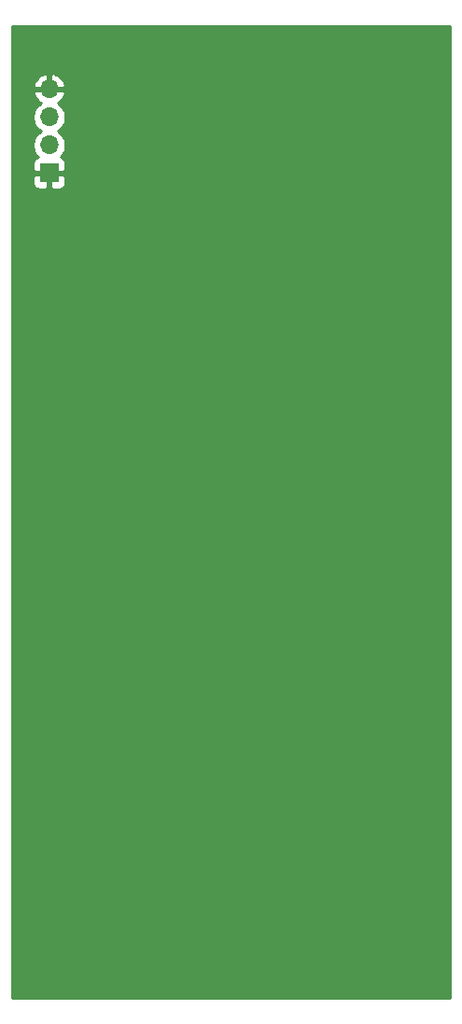
<source format=gbr>
G04 #@! TF.GenerationSoftware,KiCad,Pcbnew,(5.1.5)-3*
G04 #@! TF.CreationDate,2021-02-05T17:28:24+00:00*
G04 #@! TF.ProjectId,clock_dist,636c6f63-6b5f-4646-9973-742e6b696361,rev?*
G04 #@! TF.SameCoordinates,Original*
G04 #@! TF.FileFunction,Copper,L2,Bot*
G04 #@! TF.FilePolarity,Positive*
%FSLAX46Y46*%
G04 Gerber Fmt 4.6, Leading zero omitted, Abs format (unit mm)*
G04 Created by KiCad (PCBNEW (5.1.5)-3) date 2021-02-05 17:28:24*
%MOMM*%
%LPD*%
G04 APERTURE LIST*
%ADD10O,1.700000X1.700000*%
%ADD11R,1.700000X1.700000*%
%ADD12C,1.000000*%
%ADD13C,0.800000*%
%ADD14C,0.254000*%
G04 APERTURE END LIST*
D10*
X125500000Y-59880000D03*
X125500000Y-62420000D03*
X125500000Y-64960000D03*
D11*
X125500000Y-67500000D03*
D12*
X161000000Y-65000000D03*
X161000000Y-55000000D03*
X158500000Y-55000000D03*
X123500000Y-55000000D03*
X127000000Y-55000000D03*
X123500000Y-71500000D03*
X127000000Y-71500000D03*
X134000000Y-56000000D03*
X143000000Y-56000000D03*
X123000000Y-92500000D03*
X125500000Y-92500000D03*
X161000000Y-141500000D03*
X125500000Y-105000000D03*
X158500000Y-95000000D03*
X161000000Y-105000000D03*
X158500000Y-105000000D03*
X161000000Y-95000000D03*
X161000000Y-132000000D03*
X158000000Y-132000000D03*
X158000000Y-141500000D03*
X138800000Y-92000000D03*
X132000000Y-103200000D03*
X130000000Y-94000000D03*
X136500000Y-106000000D03*
X158000000Y-65000000D03*
X139200000Y-73500000D03*
X138700000Y-75100000D03*
X138000000Y-86900000D03*
X141200000Y-87100000D03*
D13*
X131500000Y-142000000D03*
X131500000Y-139400000D03*
X141000000Y-139400000D03*
X141000000Y-142000000D03*
X123724999Y-57700000D03*
X123724999Y-74200000D03*
X123724999Y-86300000D03*
X123724999Y-102800000D03*
X123724999Y-107200000D03*
X123724999Y-111600000D03*
X123724999Y-116000000D03*
X123724999Y-120400000D03*
X123724999Y-124800000D03*
X123724999Y-129200000D03*
X123724999Y-133600000D03*
X123724999Y-138000000D03*
X128124999Y-57700000D03*
X128124999Y-67600000D03*
X128124999Y-74200000D03*
X128124999Y-78600000D03*
X128124999Y-84100000D03*
X128124999Y-88500000D03*
X128124999Y-96200000D03*
X128124999Y-100600000D03*
X128124999Y-105000000D03*
X128124999Y-109400000D03*
X128124999Y-113800000D03*
X128124999Y-118200000D03*
X128124999Y-122600000D03*
X128124999Y-127000000D03*
X128124999Y-131400000D03*
X128124999Y-135800000D03*
X128124999Y-140200000D03*
X132524999Y-58800000D03*
X132524999Y-67600000D03*
X132524999Y-72000000D03*
X132524999Y-76400000D03*
X132524999Y-80800000D03*
X132524999Y-106100000D03*
X132524999Y-110500000D03*
X132524999Y-114900000D03*
X132524999Y-119300000D03*
X132524999Y-123700000D03*
X132524999Y-128100000D03*
X132524999Y-132500000D03*
X132524999Y-136900000D03*
X133624999Y-100600000D03*
X134724999Y-85200000D03*
X134724999Y-89600000D03*
X134724999Y-94000000D03*
X136924999Y-55500000D03*
X136924999Y-59900000D03*
X136924999Y-67600000D03*
X136924999Y-72000000D03*
X136924999Y-77500000D03*
X136924999Y-108300000D03*
X136924999Y-112700000D03*
X136924999Y-117100000D03*
X138024999Y-121500000D03*
X138024999Y-125900000D03*
X138024999Y-130300000D03*
X138024999Y-134700000D03*
X139124999Y-81900000D03*
X139124999Y-89600000D03*
X139124999Y-94000000D03*
X139124999Y-103900000D03*
X141324999Y-58800000D03*
X141324999Y-67600000D03*
X141324999Y-72000000D03*
X141324999Y-108300000D03*
X141324999Y-112700000D03*
X141324999Y-117100000D03*
X142424999Y-121500000D03*
X142424999Y-125900000D03*
X142424999Y-130300000D03*
X142424999Y-134700000D03*
X143524999Y-63200000D03*
X143524999Y-139100000D03*
X144624999Y-76400000D03*
X144624999Y-80800000D03*
X144624999Y-85200000D03*
X144624999Y-89600000D03*
X144624999Y-94000000D03*
X145724999Y-55500000D03*
X145724999Y-67600000D03*
X145724999Y-72000000D03*
X145724999Y-106100000D03*
X145724999Y-110500000D03*
X145724999Y-114900000D03*
X146824999Y-119300000D03*
X146824999Y-123700000D03*
X146824999Y-128100000D03*
X146824999Y-132500000D03*
X147924999Y-59900000D03*
X147924999Y-136900000D03*
X147924999Y-141300000D03*
X149024999Y-76400000D03*
X149024999Y-80800000D03*
X149024999Y-85200000D03*
X149024999Y-89600000D03*
X150124999Y-55500000D03*
X150124999Y-102800000D03*
X151224999Y-98400000D03*
X152324999Y-65400000D03*
X152324999Y-69800000D03*
X152324999Y-94000000D03*
X152324999Y-138000000D03*
X153424999Y-74200000D03*
X153424999Y-78600000D03*
X153424999Y-83000000D03*
X153424999Y-87400000D03*
X153424999Y-107200000D03*
X153424999Y-111600000D03*
X153424999Y-116000000D03*
X153424999Y-120400000D03*
X153424999Y-124800000D03*
X153424999Y-129200000D03*
X154524999Y-55500000D03*
X154524999Y-102800000D03*
X154524999Y-133600000D03*
X155624999Y-98400000D03*
X156724999Y-67600000D03*
X156724999Y-91800000D03*
X157824999Y-72000000D03*
X157824999Y-76400000D03*
X157824999Y-80800000D03*
X157824999Y-85200000D03*
X157824999Y-107200000D03*
X157824999Y-111600000D03*
X157824999Y-116000000D03*
X157824999Y-120400000D03*
X157824999Y-124800000D03*
X157824999Y-129200000D03*
D14*
G36*
X161840001Y-142340000D02*
G01*
X122160000Y-142340000D01*
X122160000Y-68350000D01*
X124011928Y-68350000D01*
X124024188Y-68474482D01*
X124060498Y-68594180D01*
X124119463Y-68704494D01*
X124198815Y-68801185D01*
X124295506Y-68880537D01*
X124405820Y-68939502D01*
X124525518Y-68975812D01*
X124650000Y-68988072D01*
X125214250Y-68985000D01*
X125373000Y-68826250D01*
X125373000Y-67627000D01*
X125627000Y-67627000D01*
X125627000Y-68826250D01*
X125785750Y-68985000D01*
X126350000Y-68988072D01*
X126474482Y-68975812D01*
X126594180Y-68939502D01*
X126704494Y-68880537D01*
X126801185Y-68801185D01*
X126880537Y-68704494D01*
X126939502Y-68594180D01*
X126975812Y-68474482D01*
X126988072Y-68350000D01*
X126985000Y-67785750D01*
X126826250Y-67627000D01*
X125627000Y-67627000D01*
X125373000Y-67627000D01*
X124173750Y-67627000D01*
X124015000Y-67785750D01*
X124011928Y-68350000D01*
X122160000Y-68350000D01*
X122160000Y-66650000D01*
X124011928Y-66650000D01*
X124015000Y-67214250D01*
X124173750Y-67373000D01*
X125373000Y-67373000D01*
X125373000Y-67353000D01*
X125627000Y-67353000D01*
X125627000Y-67373000D01*
X126826250Y-67373000D01*
X126985000Y-67214250D01*
X126988072Y-66650000D01*
X126975812Y-66525518D01*
X126939502Y-66405820D01*
X126880537Y-66295506D01*
X126801185Y-66198815D01*
X126704494Y-66119463D01*
X126594180Y-66060498D01*
X126521620Y-66038487D01*
X126653475Y-65906632D01*
X126815990Y-65663411D01*
X126927932Y-65393158D01*
X126985000Y-65106260D01*
X126985000Y-64813740D01*
X126927932Y-64526842D01*
X126815990Y-64256589D01*
X126653475Y-64013368D01*
X126446632Y-63806525D01*
X126272240Y-63690000D01*
X126446632Y-63573475D01*
X126653475Y-63366632D01*
X126815990Y-63123411D01*
X126927932Y-62853158D01*
X126985000Y-62566260D01*
X126985000Y-62273740D01*
X126927932Y-61986842D01*
X126815990Y-61716589D01*
X126653475Y-61473368D01*
X126446632Y-61266525D01*
X126264466Y-61144805D01*
X126381355Y-61075178D01*
X126597588Y-60880269D01*
X126771641Y-60646920D01*
X126896825Y-60384099D01*
X126941476Y-60236890D01*
X126820155Y-60007000D01*
X125627000Y-60007000D01*
X125627000Y-60027000D01*
X125373000Y-60027000D01*
X125373000Y-60007000D01*
X124179845Y-60007000D01*
X124058524Y-60236890D01*
X124103175Y-60384099D01*
X124228359Y-60646920D01*
X124402412Y-60880269D01*
X124618645Y-61075178D01*
X124735534Y-61144805D01*
X124553368Y-61266525D01*
X124346525Y-61473368D01*
X124184010Y-61716589D01*
X124072068Y-61986842D01*
X124015000Y-62273740D01*
X124015000Y-62566260D01*
X124072068Y-62853158D01*
X124184010Y-63123411D01*
X124346525Y-63366632D01*
X124553368Y-63573475D01*
X124727760Y-63690000D01*
X124553368Y-63806525D01*
X124346525Y-64013368D01*
X124184010Y-64256589D01*
X124072068Y-64526842D01*
X124015000Y-64813740D01*
X124015000Y-65106260D01*
X124072068Y-65393158D01*
X124184010Y-65663411D01*
X124346525Y-65906632D01*
X124478380Y-66038487D01*
X124405820Y-66060498D01*
X124295506Y-66119463D01*
X124198815Y-66198815D01*
X124119463Y-66295506D01*
X124060498Y-66405820D01*
X124024188Y-66525518D01*
X124011928Y-66650000D01*
X122160000Y-66650000D01*
X122160000Y-59523110D01*
X124058524Y-59523110D01*
X124179845Y-59753000D01*
X125373000Y-59753000D01*
X125373000Y-58559186D01*
X125627000Y-58559186D01*
X125627000Y-59753000D01*
X126820155Y-59753000D01*
X126941476Y-59523110D01*
X126896825Y-59375901D01*
X126771641Y-59113080D01*
X126597588Y-58879731D01*
X126381355Y-58684822D01*
X126131252Y-58535843D01*
X125856891Y-58438519D01*
X125627000Y-58559186D01*
X125373000Y-58559186D01*
X125143109Y-58438519D01*
X124868748Y-58535843D01*
X124618645Y-58684822D01*
X124402412Y-58879731D01*
X124228359Y-59113080D01*
X124103175Y-59375901D01*
X124058524Y-59523110D01*
X122160000Y-59523110D01*
X122160000Y-54160000D01*
X161840000Y-54160000D01*
X161840001Y-142340000D01*
G37*
X161840001Y-142340000D02*
X122160000Y-142340000D01*
X122160000Y-68350000D01*
X124011928Y-68350000D01*
X124024188Y-68474482D01*
X124060498Y-68594180D01*
X124119463Y-68704494D01*
X124198815Y-68801185D01*
X124295506Y-68880537D01*
X124405820Y-68939502D01*
X124525518Y-68975812D01*
X124650000Y-68988072D01*
X125214250Y-68985000D01*
X125373000Y-68826250D01*
X125373000Y-67627000D01*
X125627000Y-67627000D01*
X125627000Y-68826250D01*
X125785750Y-68985000D01*
X126350000Y-68988072D01*
X126474482Y-68975812D01*
X126594180Y-68939502D01*
X126704494Y-68880537D01*
X126801185Y-68801185D01*
X126880537Y-68704494D01*
X126939502Y-68594180D01*
X126975812Y-68474482D01*
X126988072Y-68350000D01*
X126985000Y-67785750D01*
X126826250Y-67627000D01*
X125627000Y-67627000D01*
X125373000Y-67627000D01*
X124173750Y-67627000D01*
X124015000Y-67785750D01*
X124011928Y-68350000D01*
X122160000Y-68350000D01*
X122160000Y-66650000D01*
X124011928Y-66650000D01*
X124015000Y-67214250D01*
X124173750Y-67373000D01*
X125373000Y-67373000D01*
X125373000Y-67353000D01*
X125627000Y-67353000D01*
X125627000Y-67373000D01*
X126826250Y-67373000D01*
X126985000Y-67214250D01*
X126988072Y-66650000D01*
X126975812Y-66525518D01*
X126939502Y-66405820D01*
X126880537Y-66295506D01*
X126801185Y-66198815D01*
X126704494Y-66119463D01*
X126594180Y-66060498D01*
X126521620Y-66038487D01*
X126653475Y-65906632D01*
X126815990Y-65663411D01*
X126927932Y-65393158D01*
X126985000Y-65106260D01*
X126985000Y-64813740D01*
X126927932Y-64526842D01*
X126815990Y-64256589D01*
X126653475Y-64013368D01*
X126446632Y-63806525D01*
X126272240Y-63690000D01*
X126446632Y-63573475D01*
X126653475Y-63366632D01*
X126815990Y-63123411D01*
X126927932Y-62853158D01*
X126985000Y-62566260D01*
X126985000Y-62273740D01*
X126927932Y-61986842D01*
X126815990Y-61716589D01*
X126653475Y-61473368D01*
X126446632Y-61266525D01*
X126264466Y-61144805D01*
X126381355Y-61075178D01*
X126597588Y-60880269D01*
X126771641Y-60646920D01*
X126896825Y-60384099D01*
X126941476Y-60236890D01*
X126820155Y-60007000D01*
X125627000Y-60007000D01*
X125627000Y-60027000D01*
X125373000Y-60027000D01*
X125373000Y-60007000D01*
X124179845Y-60007000D01*
X124058524Y-60236890D01*
X124103175Y-60384099D01*
X124228359Y-60646920D01*
X124402412Y-60880269D01*
X124618645Y-61075178D01*
X124735534Y-61144805D01*
X124553368Y-61266525D01*
X124346525Y-61473368D01*
X124184010Y-61716589D01*
X124072068Y-61986842D01*
X124015000Y-62273740D01*
X124015000Y-62566260D01*
X124072068Y-62853158D01*
X124184010Y-63123411D01*
X124346525Y-63366632D01*
X124553368Y-63573475D01*
X124727760Y-63690000D01*
X124553368Y-63806525D01*
X124346525Y-64013368D01*
X124184010Y-64256589D01*
X124072068Y-64526842D01*
X124015000Y-64813740D01*
X124015000Y-65106260D01*
X124072068Y-65393158D01*
X124184010Y-65663411D01*
X124346525Y-65906632D01*
X124478380Y-66038487D01*
X124405820Y-66060498D01*
X124295506Y-66119463D01*
X124198815Y-66198815D01*
X124119463Y-66295506D01*
X124060498Y-66405820D01*
X124024188Y-66525518D01*
X124011928Y-66650000D01*
X122160000Y-66650000D01*
X122160000Y-59523110D01*
X124058524Y-59523110D01*
X124179845Y-59753000D01*
X125373000Y-59753000D01*
X125373000Y-58559186D01*
X125627000Y-58559186D01*
X125627000Y-59753000D01*
X126820155Y-59753000D01*
X126941476Y-59523110D01*
X126896825Y-59375901D01*
X126771641Y-59113080D01*
X126597588Y-58879731D01*
X126381355Y-58684822D01*
X126131252Y-58535843D01*
X125856891Y-58438519D01*
X125627000Y-58559186D01*
X125373000Y-58559186D01*
X125143109Y-58438519D01*
X124868748Y-58535843D01*
X124618645Y-58684822D01*
X124402412Y-58879731D01*
X124228359Y-59113080D01*
X124103175Y-59375901D01*
X124058524Y-59523110D01*
X122160000Y-59523110D01*
X122160000Y-54160000D01*
X161840000Y-54160000D01*
X161840001Y-142340000D01*
M02*

</source>
